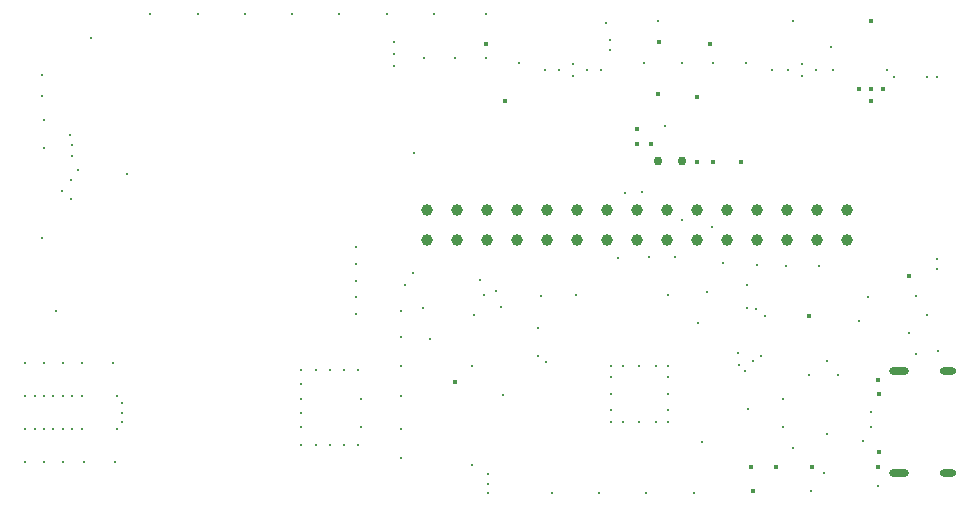
<source format=gbr>
%TF.GenerationSoftware,KiCad,Pcbnew,7.0.9*%
%TF.CreationDate,2024-02-26T10:01:59+01:00*%
%TF.ProjectId,C2LoraGateway,43324c6f-7261-4476-9174-657761792e6b,rev?*%
%TF.SameCoordinates,Original*%
%TF.FileFunction,Plated,1,4,PTH,Mixed*%
%TF.FilePolarity,Positive*%
%FSLAX46Y46*%
G04 Gerber Fmt 4.6, Leading zero omitted, Abs format (unit mm)*
G04 Created by KiCad (PCBNEW 7.0.9) date 2024-02-26 10:01:59*
%MOMM*%
%LPD*%
G01*
G04 APERTURE LIST*
%TA.AperFunction,ViaDrill*%
%ADD10C,0.300000*%
%TD*%
%TA.AperFunction,ViaDrill*%
%ADD11C,0.400000*%
%TD*%
G04 aperture for slot hole*
%TA.AperFunction,ComponentDrill*%
%ADD12O,1.700000X0.600000*%
%TD*%
G04 aperture for slot hole*
%TA.AperFunction,ComponentDrill*%
%ADD13O,1.400000X0.600000*%
%TD*%
%TA.AperFunction,ComponentDrill*%
%ADD14C,0.750000*%
%TD*%
%TA.AperFunction,ComponentDrill*%
%ADD15C,1.000000*%
%TD*%
G04 APERTURE END LIST*
D10*
X91400000Y-102000000D03*
X91400000Y-104800000D03*
X91400000Y-107600000D03*
X91400000Y-110400000D03*
X92200000Y-104800000D03*
X92200000Y-107600000D03*
X92800000Y-77600000D03*
X92800000Y-79400000D03*
X92800000Y-91400000D03*
X93000000Y-81400000D03*
X93000000Y-83800000D03*
X93000000Y-102000000D03*
X93000000Y-104800000D03*
X93000000Y-107600000D03*
X93000000Y-110400000D03*
X93800000Y-104800000D03*
X93800000Y-107600000D03*
X94000000Y-97600000D03*
X94500000Y-87400000D03*
X94600000Y-102000000D03*
X94600000Y-104800000D03*
X94600000Y-107600000D03*
X94600000Y-110400000D03*
X95200000Y-82700000D03*
X95300000Y-86500000D03*
X95300000Y-88100000D03*
X95352197Y-83552197D03*
X95352197Y-84428303D03*
X95400000Y-104800000D03*
X95400000Y-107600000D03*
X95900000Y-85600000D03*
X96200000Y-102000000D03*
X96200000Y-104800000D03*
X96200000Y-107600000D03*
X96400000Y-110400000D03*
X97000000Y-74500000D03*
X98800000Y-102000000D03*
X99000000Y-110400000D03*
X99200000Y-104800000D03*
X99200000Y-107600000D03*
X99600000Y-105400000D03*
X99600000Y-106200000D03*
X99600000Y-107000000D03*
X100000000Y-86000000D03*
X102000000Y-72400000D03*
X106000000Y-72400000D03*
X110000000Y-72400000D03*
X114000000Y-72400000D03*
X114800000Y-102600000D03*
X114800000Y-103800000D03*
X114800000Y-105000000D03*
X114800000Y-106200000D03*
X114800000Y-107400000D03*
X114800000Y-108900000D03*
X116000000Y-102600000D03*
X116000000Y-108900000D03*
X117200000Y-102600000D03*
X117200000Y-108900000D03*
X118000000Y-72400000D03*
X118400000Y-102600000D03*
X118400000Y-108900000D03*
X119400000Y-92200000D03*
X119400000Y-93600000D03*
X119400000Y-95000000D03*
X119400000Y-96400000D03*
X119400000Y-97800000D03*
X119600000Y-102600000D03*
X119600000Y-108900000D03*
X119800000Y-105000000D03*
X119800000Y-107400000D03*
X122000000Y-72400000D03*
X122600000Y-74800000D03*
X122600000Y-75800000D03*
X122600000Y-76800000D03*
X123200000Y-97600000D03*
X123200000Y-99800000D03*
X123200000Y-102200000D03*
X123200000Y-104800000D03*
X123200000Y-107600000D03*
X123200000Y-110000000D03*
X123600000Y-95400000D03*
X124200000Y-94400000D03*
X124300000Y-84200000D03*
X125124500Y-97324500D03*
X125200000Y-76200000D03*
X125647803Y-99971697D03*
X126000000Y-72400000D03*
X127800000Y-76200000D03*
X129200000Y-102200000D03*
X129200000Y-110600000D03*
X129380500Y-97900000D03*
X129914906Y-94924100D03*
X130250901Y-96223697D03*
X130400000Y-72400000D03*
X130400000Y-76200000D03*
X130600000Y-111400000D03*
X130600000Y-112200000D03*
X130600000Y-113000000D03*
X131237701Y-95862299D03*
X131700000Y-97200000D03*
X131900000Y-104700000D03*
X133200000Y-76600000D03*
X134800000Y-99000000D03*
X134800000Y-101400000D03*
X135100000Y-96300000D03*
X135400000Y-77200000D03*
X135500000Y-101900000D03*
X136000000Y-113000000D03*
X136600000Y-77200000D03*
X137800000Y-76700000D03*
X137800000Y-77700000D03*
X138000000Y-96200000D03*
X139000000Y-77200000D03*
X140000000Y-113000000D03*
X140200000Y-77200000D03*
X140600000Y-73200000D03*
X140900000Y-74600000D03*
X140900000Y-75500000D03*
X141000000Y-102200000D03*
X141000000Y-103200000D03*
X141000000Y-104600000D03*
X141000000Y-106000000D03*
X141000000Y-107000000D03*
X141600000Y-93100000D03*
X142000000Y-102200000D03*
X142000000Y-107000000D03*
X142200000Y-87600000D03*
X143400000Y-102200000D03*
X143400000Y-107000000D03*
X143600000Y-87500000D03*
X143800000Y-76600000D03*
X144000000Y-113000000D03*
X144200000Y-93000000D03*
X144800000Y-102200000D03*
X144800000Y-107000000D03*
X145000000Y-73000000D03*
X145600000Y-81900000D03*
X145800000Y-96200000D03*
X145800000Y-102200000D03*
X145800000Y-103200000D03*
X145800000Y-104600000D03*
X145800000Y-106000000D03*
X145800000Y-107000000D03*
X146400000Y-93000000D03*
X147000000Y-76600000D03*
X147035974Y-89900000D03*
X148000000Y-113000000D03*
X148400000Y-98600000D03*
X148700000Y-108700000D03*
X149138053Y-95961947D03*
X149561832Y-90500000D03*
X149600000Y-76600000D03*
X150500000Y-93500000D03*
X151800000Y-101100000D03*
X151826519Y-102123537D03*
X152380500Y-102700000D03*
X152400000Y-76600000D03*
X152500000Y-95400000D03*
X152500000Y-97300000D03*
X152600000Y-105900000D03*
X153000000Y-101800000D03*
X153291467Y-97413067D03*
X153400000Y-93700000D03*
X153700000Y-101400000D03*
X154022030Y-98015635D03*
X154600000Y-77200000D03*
X155600000Y-105000000D03*
X155600000Y-107400000D03*
X155800000Y-93800000D03*
X156000000Y-77200000D03*
X156400000Y-73000000D03*
X156400000Y-109200000D03*
X157200000Y-76700000D03*
X157200000Y-77700000D03*
X157800000Y-103000000D03*
X157900000Y-112800000D03*
X158400000Y-77200000D03*
X158600000Y-93800000D03*
X159000000Y-111300000D03*
X159300000Y-101800000D03*
X159300000Y-108000000D03*
X159600000Y-75200000D03*
X159800000Y-77200000D03*
X160200000Y-103000000D03*
X161980500Y-98400000D03*
X162300000Y-108600000D03*
X162800000Y-96400000D03*
X163009398Y-106100000D03*
X163058136Y-107400500D03*
X163600000Y-112400000D03*
X164400000Y-77200000D03*
X165000000Y-77800000D03*
X166200000Y-99400000D03*
X166800000Y-96300000D03*
X166800000Y-101200000D03*
X167800000Y-77800000D03*
X167800000Y-97900000D03*
X168600000Y-77800000D03*
X168600000Y-93200000D03*
X168600000Y-94000000D03*
X168700000Y-101000000D03*
D11*
X127800000Y-103600000D03*
X130400000Y-75000000D03*
X132000000Y-79800000D03*
X143200000Y-82200000D03*
X143200000Y-83400000D03*
X144400000Y-83400000D03*
X145000000Y-79200000D03*
X145100000Y-74800000D03*
X148300000Y-79500000D03*
X148300000Y-85000000D03*
X149400000Y-75000000D03*
X149600000Y-85000000D03*
X152000000Y-85000000D03*
X152900000Y-110800000D03*
X153000000Y-112800000D03*
X155000000Y-110800000D03*
X157800000Y-98000000D03*
X158000000Y-110800000D03*
X162000000Y-78800000D03*
X163000000Y-73000000D03*
X163000000Y-78800000D03*
X163000000Y-79800000D03*
X163600000Y-103400000D03*
X163600000Y-110800000D03*
X163700000Y-104600000D03*
X163700000Y-109500000D03*
X164000000Y-78800000D03*
X166200000Y-94600000D03*
D12*
%TO.C,J4*%
X165395000Y-102680000D03*
X165395000Y-111320000D03*
D13*
X169575000Y-102680000D03*
X169575000Y-111320000D03*
D14*
%TO.C,J5*%
X145000000Y-84900000D03*
X147000000Y-84900000D03*
D15*
%TO.C,J3*%
X125440000Y-89000000D03*
X125440000Y-91540000D03*
X127980000Y-89000000D03*
X127980000Y-91540000D03*
X130520000Y-89000000D03*
X130520000Y-91540000D03*
X133060000Y-89000000D03*
X133060000Y-91540000D03*
X135600000Y-89000000D03*
X135600000Y-91540000D03*
X138140000Y-89000000D03*
X138140000Y-91540000D03*
X140680000Y-89000000D03*
X140680000Y-91540000D03*
X143220000Y-89000000D03*
X143220000Y-91540000D03*
X145760000Y-89000000D03*
X145760000Y-91540000D03*
X148300000Y-89000000D03*
X148300000Y-91540000D03*
X150840000Y-89000000D03*
X150840000Y-91540000D03*
X153380000Y-89000000D03*
X153380000Y-91540000D03*
X155920000Y-89000000D03*
X155920000Y-91540000D03*
X158460000Y-89000000D03*
X158460000Y-91540000D03*
X161000000Y-89000000D03*
X161000000Y-91540000D03*
M02*

</source>
